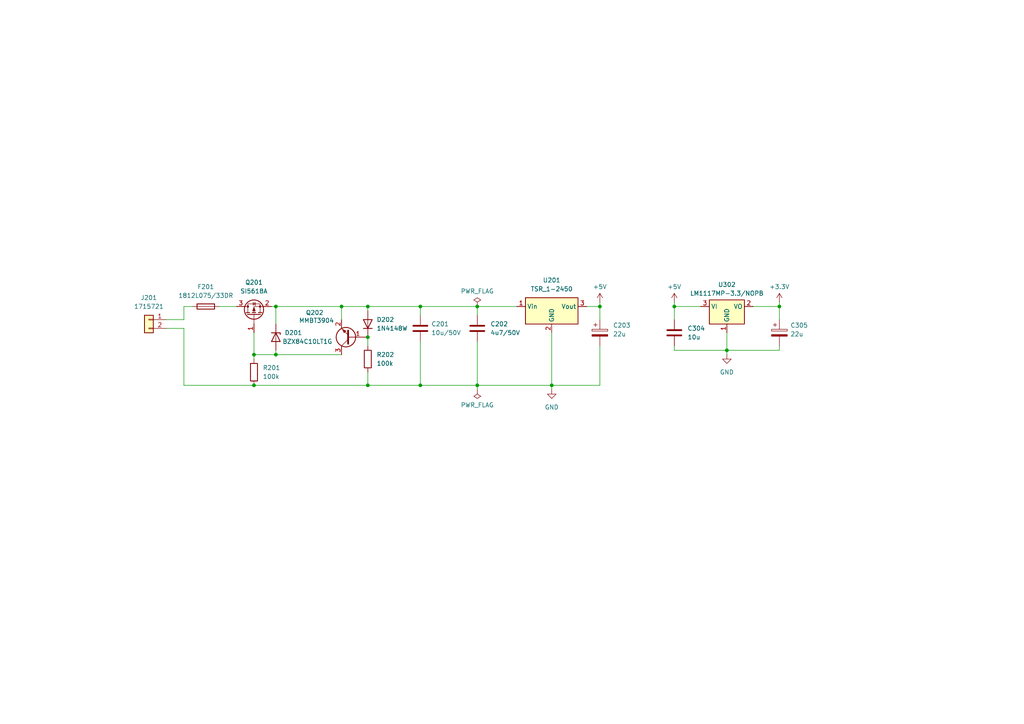
<source format=kicad_sch>
(kicad_sch (version 20231120) (generator "eeschema") (generator_version "8.0")
  (paper "A4")
  (lib_symbols
    (symbol "Connector_Generic:Conn_01x02" (pin_names (offset 1.016) hide)
      (property "Reference" "J" (at 0 2.54 0))
      (property "Value" "Conn_01x02" (at 0 -5.08 0))
      (symbol "Conn_01x02_1_1"
        (rectangle (start -1.27 -2.413) (end 0 -2.667) (stroke (width 0.1524)))
        (rectangle (start -1.27 0.127) (end 0 -0.127) (stroke (width 0.1524)))
        (rectangle (start -1.27 1.27) (end 1.27 -3.81) (stroke (width 0.254)) (fill (type background)))
        (pin passive line (at -5.08 0 0) (length 3.81) (name "Pin_1") (number "1"))
        (pin passive line (at -5.08 -2.54 0) (length 3.81) (name "Pin_2") (number "2"))
      )
    )
    (symbol "Device:C" (pin_numbers hide) (pin_names (offset 0.254))
      (property "Reference" "C" (at 0.635 2.54 0))
      (property "Value" "C" (at 0.635 -2.54 0))
      (symbol "C_0_1"
        (polyline (pts (xy -2.032 -0.762) (xy 2.032 -0.762)) (stroke (width 0.508)))
        (polyline (pts (xy -2.032 0.762) (xy 2.032 0.762)) (stroke (width 0.508)))
      )
      (symbol "C_1_1"
        (pin passive line (at 0 3.81 270) (length 2.794) (name "~") (number "1"))
        (pin passive line (at 0 -3.81 90) (length 2.794) (name "~") (number "2"))
      )
    )
    (symbol "Device:C_Polarized" (pin_numbers hide) (pin_names (offset 0.254))
      (property "Reference" "C" (at 0.635 2.54 0))
      (property "Value" "C_Polarized" (at 0.635 -2.54 0))
      (symbol "C_Polarized_0_1"
        (rectangle (start -2.286 0.508) (end 2.286 1.016))
        (polyline (pts (xy -1.778 2.286) (xy -0.762 2.286)))
        (polyline (pts (xy -1.27 2.794) (xy -1.27 1.778)))
        (rectangle (start 2.286 -0.508) (end -2.286 -1.016) (fill (type outline)))
      )
      (symbol "C_Polarized_1_1"
        (pin passive line (at 0 3.81 270) (length 2.794) (name "~") (number "1"))
        (pin passive line (at 0 -3.81 90) (length 2.794) (name "~") (number "2"))
      )
    )
    (symbol "Device:Fuse" (pin_numbers hide) (pin_names (offset 0))
      (property "Reference" "F" (at 2.032 0 90))
      (property "Value" "Fuse" (at -1.905 0 90))
      (symbol "Fuse_0_1"
        (rectangle (start -0.762 -2.54) (end 0.762 2.54) (stroke (width 0.254)))
        (polyline (pts (xy 0 2.54) (xy 0 -2.54)))
      )
      (symbol "Fuse_1_1"
        (pin passive line (at 0 3.81 270) (length 1.27) (name "~") (number "1"))
        (pin passive line (at 0 -3.81 90) (length 1.27) (name "~") (number "2"))
      )
    )
    (symbol "Device:Q_PMOS_GSD" (pin_names (offset 0) hide)
      (property "Reference" "Q" (at 5.08 1.27 0))
      (property "Value" "Q_PMOS_GSD" (at 5.08 -1.27 0))
      (symbol "Q_PMOS_GSD_0_1"
        (polyline (pts (xy 0.254 0) (xy -2.54 0)))
        (polyline (pts (xy 0.254 1.905) (xy 0.254 -1.905)) (stroke (width 0.254)))
        (polyline (pts (xy 0.762 -1.27) (xy 0.762 -2.286)) (stroke (width 0.254)))
        (polyline (pts (xy 0.762 0.508) (xy 0.762 -0.508)) (stroke (width 0.254)))
        (polyline (pts (xy 0.762 2.286) (xy 0.762 1.27)) (stroke (width 0.254)))
        (polyline (pts (xy 2.54 2.54) (xy 2.54 1.778)))
        (polyline (pts (xy 2.54 -2.54) (xy 2.54 0) (xy 0.762 0)))
        (polyline (pts (xy 0.762 1.778) (xy 3.302 1.778) (xy 3.302 -1.778) (xy 0.762 -1.778)))
        (polyline (pts (xy 2.286 0) (xy 1.27 0.381) (xy 1.27 -0.381) (xy 2.286 0)) (fill (type outline)))
        (polyline (pts (xy 2.794 -0.508) (xy 2.921 -0.381) (xy 3.683 -0.381) (xy 3.81 -0.254)))
        (polyline (pts (xy 3.302 -0.381) (xy 2.921 0.254) (xy 3.683 0.254) (xy 3.302 -0.381)))
        (circle (center 1.651 0) (radius 2.794) (stroke (width 0.254)))
        (circle (center 2.54 -1.778) (radius 0.254) (fill (type outline)))
        (circle (center 2.54 1.778) (radius 0.254) (fill (type outline)))
      )
      (symbol "Q_PMOS_GSD_1_1"
        (pin input line (at -5.08 0 0) (length 2.54) (name "G") (number "1"))
        (pin passive line (at 2.54 -5.08 90) (length 2.54) (name "S") (number "2"))
        (pin passive line (at 2.54 5.08 270) (length 2.54) (name "D") (number "3"))
      )
    )
    (symbol "Device:R" (pin_numbers hide) (pin_names (offset 0))
      (property "Reference" "R" (at 2.032 0 90))
      (property "Value" "R" (at 0 0 90))
      (symbol "R_0_1"
        (rectangle (start -1.016 -2.54) (end 1.016 2.54) (stroke (width 0.254)))
      )
      (symbol "R_1_1"
        (pin passive line (at 0 3.81 270) (length 1.27) (name "~") (number "1"))
        (pin passive line (at 0 -3.81 90) (length 1.27) (name "~") (number "2"))
      )
    )
    (symbol "Diode:1N4148W" (pin_numbers hide) (pin_names hide)
      (property "Reference" "D" (at 0 2.54 0))
      (property "Value" "1N4148W" (at 0 -2.54 0))
      (symbol "1N4148W_0_1"
        (polyline (pts (xy -1.27 1.27) (xy -1.27 -1.27)) (stroke (width 0.254)))
        (polyline (pts (xy 1.27 0) (xy -1.27 0)))
        (polyline (pts (xy 1.27 1.27) (xy 1.27 -1.27) (xy -1.27 0) (xy 1.27 1.27)) (stroke (width 0.254)))
      )
      (symbol "1N4148W_1_1"
        (pin passive line (at -3.81 0 0) (length 2.54) (name "K") (number "1"))
        (pin passive line (at 3.81 0 180) (length 2.54) (name "A") (number "2"))
      )
    )
    (symbol "Diode:BZX84Cxx" (pin_numbers hide) (pin_names hide)
      (property "Reference" "D" (at 0 3.81 0))
      (property "Value" "BZX84Cxx" (at 0 -3.81 0))
      (symbol "BZX84Cxx_0_1"
        (polyline (pts (xy 1.27 0) (xy -1.27 0)))
        (polyline (pts (xy -1.27 -1.27) (xy -1.27 1.27) (xy -0.762 1.27)) (stroke (width 0.254)))
        (polyline (pts (xy 1.27 -1.27) (xy 1.27 1.27) (xy -1.27 0) (xy 1.27 -1.27)) (stroke (width 0.254)))
      )
      (symbol "BZX84Cxx_1_1"
        (pin passive line (at 3.81 0 180) (length 2.54) (name "A") (number "1"))
        (pin no_connect line (at 1.27 0 180) (length 2.54) hide (name "NC") (number "2"))
        (pin passive line (at -3.81 0 0) (length 2.54) (name "K") (number "3"))
      )
    )
    (symbol "Regulator_Linear:LM1117MP-3.3"
      (property "Reference" "U" (at -3.81 3.175 0))
      (property "Value" "LM1117MP-3.3" (at 0 3.175 0))
      (symbol "LM1117MP-3.3_0_1"
        (rectangle (start -5.08 -5.08) (end 5.08 1.905) (stroke (width 0.254)) (fill (type background)))
      )
      (symbol "LM1117MP-3.3_1_1"
        (pin power_in line (at 0 -7.62 90) (length 2.54) (name "GND") (number "1"))
        (pin power_out line (at 7.62 0 180) (length 2.54) (name "VO") (number "2"))
        (pin power_in line (at -7.62 0 0) (length 2.54) (name "VI") (number "3"))
      )
    )
    (symbol "Regulator_Switching:TSR_1-2450"
      (property "Reference" "U" (at -7.62 6.35 0))
      (property "Value" "TSR_1-2450" (at -1.27 6.35 0))
      (symbol "TSR_1-2450_0_1"
        (rectangle (start -7.62 5.08) (end 7.62 -2.54) (stroke (width 0.254)) (fill (type background)))
      )
      (symbol "TSR_1-2450_1_1"
        (pin power_in line (at -10.16 2.54 0) (length 2.54) (name "Vin") (number "1"))
        (pin power_in line (at 0 -5.08 90) (length 2.54) (name "GND") (number "2"))
        (pin power_out line (at 10.16 2.54 180) (length 2.54) (name "Vout") (number "3"))
      )
    )
    (symbol "Transistor_BJT:MMBT3904" (pin_names (offset 0) hide)
      (property "Reference" "Q" (at 5.08 1.905 0))
      (property "Value" "MMBT3904" (at 5.08 0 0))
      (symbol "MMBT3904_0_1"
        (polyline (pts (xy 0.635 0.635) (xy 2.54 2.54)))
        (polyline (pts (xy 0.635 -0.635) (xy 2.54 -2.54) (xy 2.54 -2.54)))
        (polyline (pts (xy 0.635 1.905) (xy 0.635 -1.905) (xy 0.635 -1.905)) (stroke (width 0.508)))
        (polyline (pts (xy 1.27 -1.778) (xy 1.778 -1.27) (xy 2.286 -2.286) (xy 1.27 -1.778) (xy 1.27 -1.778)) (fill (type outline)))
        (circle (center 1.27 0) (radius 2.8194) (stroke (width 0.254)))
      )
      (symbol "MMBT3904_1_1"
        (pin input line (at -5.08 0 0) (length 5.715) (name "B") (number "1"))
        (pin passive line (at 2.54 -5.08 90) (length 2.54) (name "E") (number "2"))
        (pin passive line (at 2.54 5.08 270) (length 2.54) (name "C") (number "3"))
      )
    )
    (symbol "power:+3.3V" (power) (pin_numbers hide) (pin_names (offset 0) hide)
      (property "Value" "+3.3V" (at 0 3.556 0))
      (symbol "+3.3V_0_1"
        (polyline (pts (xy -0.762 1.27) (xy 0 2.54)))
        (polyline (pts (xy 0 0) (xy 0 2.54)))
        (polyline (pts (xy 0 2.54) (xy 0.762 1.27)))
      )
      (symbol "+3.3V_1_1"
        (pin power_in line (at 0 0 90) (length 0) (name "~") (number "1"))
      )
    )
    (symbol "power:+5V" (power) (pin_numbers hide) (pin_names (offset 0) hide)
      (property "Value" "+5V" (at 0 3.556 0))
      (symbol "+5V_0_1"
        (polyline (pts (xy -0.762 1.27) (xy 0 2.54)))
        (polyline (pts (xy 0 0) (xy 0 2.54)))
        (polyline (pts (xy 0 2.54) (xy 0.762 1.27)))
      )
      (symbol "+5V_1_1"
        (pin power_in line (at 0 0 90) (length 0) (name "~") (number "1"))
      )
    )
    (symbol "power:GND" (power) (pin_numbers hide) (pin_names (offset 0) hide)
      (property "Value" "GND" (at 0 -3.81 0))
      (symbol "GND_0_1"
        (polyline (pts (xy 0 0) (xy 0 -1.27) (xy 1.27 -1.27) (xy 0 -2.54) (xy -1.27 -1.27) (xy 0 -1.27)))
      )
      (symbol "GND_1_1"
        (pin power_in line (at 0 0 270) (length 0) (name "~") (number "1"))
      )
    )
    (symbol "power:PWR_FLAG" (power) (pin_numbers hide) (pin_names (offset 0) hide)
      (property "Value" "PWR_FLAG" (at 0 3.81 0))
      (symbol "PWR_FLAG_0_0"
        (pin power_out line (at 0 0 90) (length 0) (name "~") (number "1"))
      )
      (symbol "PWR_FLAG_0_1"
        (polyline (pts (xy 0 0) (xy 0 1.27) (xy -1.016 1.905) (xy 0 2.54) (xy 1.016 1.905) (xy 0 1.27)))
      )
    )
  )
  (junction (at 138.43 111.76))
  (junction (at 99.06 88.9))
  (junction (at 121.92 111.76))
  (junction (at 195.58 88.9))
  (junction (at 106.68 111.76))
  (junction (at 121.92 88.9))
  (junction (at 80.01 102.87))
  (junction (at 138.43 88.9))
  (junction (at 226.06 88.9))
  (junction (at 173.99 88.9))
  (junction (at 160.02 111.76))
  (junction (at 106.68 97.79))
  (junction (at 80.01 88.9))
  (junction (at 73.66 102.87))
  (junction (at 73.66 111.76))
  (junction (at 210.82 101.6))
  (junction (at 106.68 88.9))
  (wire (pts (xy 53.34 95.25) (xy 48.26 95.25)))
  (wire (pts (xy 121.92 88.9) (xy 138.43 88.9)))
  (wire (pts (xy 138.43 111.76) (xy 160.02 111.76)))
  (wire (pts (xy 195.58 88.9) (xy 203.2 88.9)))
  (wire (pts (xy 138.43 111.76) (xy 138.43 113.03)))
  (wire (pts (xy 73.66 111.76) (xy 106.68 111.76)))
  (wire (pts (xy 106.68 107.95) (xy 106.68 111.76)))
  (wire (pts (xy 53.34 95.25) (xy 53.34 111.76)))
  (wire (pts (xy 160.02 111.76) (xy 173.99 111.76)))
  (wire (pts (xy 226.06 87.63) (xy 226.06 88.9)))
  (wire (pts (xy 63.5 88.9) (xy 68.58 88.9)))
  (wire (pts (xy 99.06 88.9) (xy 106.68 88.9)))
  (wire (pts (xy 195.58 87.63) (xy 195.58 88.9)))
  (wire (pts (xy 80.01 102.87) (xy 73.66 102.87)))
  (wire (pts (xy 195.58 88.9) (xy 195.58 92.71)))
  (wire (pts (xy 80.01 101.6) (xy 80.01 102.87)))
  (wire (pts (xy 210.82 101.6) (xy 210.82 96.52)))
  (wire (pts (xy 106.68 97.79) (xy 106.68 100.33)))
  (wire (pts (xy 195.58 101.6) (xy 210.82 101.6)))
  (wire (pts (xy 78.74 88.9) (xy 80.01 88.9)))
  (wire (pts (xy 138.43 99.06) (xy 138.43 111.76)))
  (wire (pts (xy 106.68 88.9) (xy 121.92 88.9)))
  (wire (pts (xy 106.68 88.9) (xy 106.68 90.17)))
  (wire (pts (xy 80.01 102.87) (xy 99.06 102.87)))
  (wire (pts (xy 53.34 111.76) (xy 73.66 111.76)))
  (wire (pts (xy 138.43 88.9) (xy 138.43 91.44)))
  (wire (pts (xy 138.43 88.9) (xy 149.86 88.9)))
  (wire (pts (xy 226.06 88.9) (xy 226.06 92.71)))
  (wire (pts (xy 210.82 101.6) (xy 226.06 101.6)))
  (wire (pts (xy 218.44 88.9) (xy 226.06 88.9)))
  (wire (pts (xy 173.99 92.71) (xy 173.99 88.9)))
  (wire (pts (xy 80.01 88.9) (xy 80.01 93.98)))
  (wire (pts (xy 121.92 111.76) (xy 138.43 111.76)))
  (wire (pts (xy 121.92 99.06) (xy 121.92 111.76)))
  (wire (pts (xy 106.68 111.76) (xy 121.92 111.76)))
  (wire (pts (xy 160.02 113.03) (xy 160.02 111.76)))
  (wire (pts (xy 73.66 102.87) (xy 73.66 104.14)))
  (wire (pts (xy 170.18 88.9) (xy 173.99 88.9)))
  (wire (pts (xy 99.06 88.9) (xy 99.06 92.71)))
  (wire (pts (xy 160.02 96.52) (xy 160.02 111.76)))
  (wire (pts (xy 210.82 101.6) (xy 210.82 102.87)))
  (wire (pts (xy 121.92 88.9) (xy 121.92 91.44)))
  (wire (pts (xy 80.01 88.9) (xy 99.06 88.9)))
  (wire (pts (xy 173.99 111.76) (xy 173.99 100.33)))
  (wire (pts (xy 195.58 100.33) (xy 195.58 101.6)))
  (wire (pts (xy 53.34 92.71) (xy 53.34 88.9)))
  (wire (pts (xy 48.26 92.71) (xy 53.34 92.71)))
  (wire (pts (xy 73.66 96.52) (xy 73.66 102.87)))
  (wire (pts (xy 226.06 100.33) (xy 226.06 101.6)))
  (wire (pts (xy 53.34 88.9) (xy 55.88 88.9)))
  (wire (pts (xy 173.99 87.63) (xy 173.99 88.9)))
  (symbol (lib_id "Regulator_Linear:LM1117MP-3.3") (at 210.82 88.9 0) (unit 1)
    (property "Reference" "U302" (at 210.82 82.55 0))
    (property "Value" "LM1117MP-3.3/NOPB" (at 210.82 85.09 0))
    (property "Footprint" "Package_TO_SOT_SMD:SOT-223-3_TabPin2" (effects (hide yes)))
    (property "Datasheet" "http://www.ti.com/lit/ds/symlink/lm1117.pdf" (effects (hide yes)))
    (property "Description" "800mA Low-Dropout Linear Regulator, 3.3V fixed output, SOT-223" (effects (hide yes)))
  )
  (symbol (lib_id "Regulator_Switching:TSR_1-2450") (at 160.02 91.44 0) (unit 1)
    (property "Reference" "U201" (at 160.02 81.28 0))
    (property "Value" "TSR_1-2450" (at 160.02 83.82 0))
    (property "Footprint" "Converter_DCDC:Converter_DCDC_TRACO_TSR-1_THT" (effects (hide yes)))
    (property "Datasheet" "http://www.tracopower.com/products/tsr1.pdf" (effects (hide yes)))
    (instances (project "ETH1HMSR-SMS" (path "" (reference "U201") (unit 1))) (project "ETH1ACPL-C79x" (path "" (reference "U301") (unit 1))) (project "ETH1IRCAM1" (path "" (reference "U201") (unit 1))))
  )
  (symbol (lib_id "power:+5V") (at 173.99 87.63 0) (unit 1)
    (property "Reference" "#PWR0202" (effects (hide yes)))
    (property "Value" "+5V" (at 173.99 83.185 0))
    (property "Description" "Power symbol creates a global label with name \"+5V\"" (effects (hide yes)))
    (instances (project "ETH1HMSR-SMS" (path "" (reference "#PWR0202") (unit 1))) (project "ETH1ACPL-C79x" (path "" (reference "#PWR0302") (unit 1))) (project "ETH1IRCAM1" (path "" (reference "#PWR0202") (unit 1))))
  )
  (symbol (lib_id "Device:C") (at 121.92 95.25 0) (unit 1)
    (property "Reference" "C201" (at 125.095 93.98 0) (effects (justify left)))
    (property "Value" "10u/50V" (at 125.095 96.52 0) (effects (justify left)))
    (property "Footprint" "Capacitor_SMD:C_1206_3216Metric_Pad1.33x1.80mm_HandSolder" (effects (hide yes)))
    (instances (project "ETH1HMSR-SMS" (path "" (reference "C201") (unit 1))) (project "ETH1ACPL-C79x" (path "" (reference "C301") (unit 1))) (project "ETH1IRCAM1" (path "" (reference "C201") (unit 1))))
  )
  (symbol (lib_id "Device:R") (at 73.66 107.95 0) (unit 1)
    (property "Reference" "R201" (at 76.2 106.68 0) (effects (justify left)))
    (property "Value" "100k" (at 76.2 109.22 0) (effects (justify left)))
    (property "Footprint" "Resistor_SMD:R_0603_1608Metric_Pad0.98x0.95mm_HandSolder" (effects (hide yes)))
    (instances (project "ETH1HMSR-SMS" (path "" (reference "R201") (unit 1))) (project "ETH1ACPL-C79x" (path "" (reference "R301") (unit 1))) (project "ETH1IRCAM1" (path "" (reference "R202") (unit 1))))
  )
  (symbol (lib_id "Device:Fuse") (at 59.69 88.9 90) (unit 1)
    (property "Reference" "F201" (at 59.69 83.185 90))
    (property "Value" "1812L075/33DR" (at 59.69 85.725 90))
    (property "Footprint" "Fuse:Fuse_1812_4532Metric_Pad1.30x3.40mm_HandSolder" (effects (hide yes)))
    (instances (project "ETH1HMSR-SMS" (path "" (reference "F201") (unit 1))) (project "ETH1ACPL-C79x" (path "" (reference "F301") (unit 1))) (project "ETH1IRCAM1" (path "" (reference "F201") (unit 1))))
  )
  (symbol (lib_id "Diode:BZX84Cxx") (at 80.01 97.79 270) (unit 1)
    (property "Reference" "D201" (at 82.55 96.52 90) (effects (justify left)))
    (property "Value" "BZX84C10LT1G" (at 81.915 99.06 90) (effects (justify left)))
    (property "Footprint" "Package_TO_SOT_SMD:SOT-23" (effects (hide yes)))
    (property "Datasheet" "https://diotec.com/tl_files/diotec/files/pdf/datasheets/bzx84c2v4.pdf" (effects (hide yes)))
    (instances (project "ETH1HMSR-SMS" (path "" (reference "D201") (unit 1))) (project "ETH1ACPL-C79x" (path "" (reference "D301") (unit 1))) (project "ETH1IRCAM1" (path "" (reference "D201") (unit 1))))
  )
  (symbol (lib_id "Device:Q_PMOS_GSD") (at 73.66 91.44 90) (unit 1)
    (property "Reference" "Q201" (at 73.66 81.915 90))
    (property "Value" "SI5618A" (at 73.66 84.455 90))
    (property "Footprint" "Package_TO_SOT_SMD:SOT-23" (effects (hide yes)))
    (instances (project "ETH1HMSR-SMS" (path "" (reference "Q201") (unit 1))) (project "ETH1ACPL-C79x" (path "" (reference "Q301") (unit 1))) (project "ETH1IRCAM1" (path "" (reference "Q201") (unit 1))))
  )
  (symbol (lib_id "power:PWR_FLAG") (at 138.43 113.03 180) (unit 1)
    (property "Reference" "#FLG0202" (effects (hide yes)))
    (property "Value" "PWR_FLAG" (at 138.43 117.475 0))
    (property "Description" "Special symbol for telling ERC where power comes from" (effects (hide yes)))
    (instances (project "ETH1HMSR-SMS" (path "" (reference "#FLG0202") (unit 1))) (project "ETH1ACPL-C79x" (path "" (reference "#FLG0302") (unit 1))) (project "ETH1IRCAM1" (path "" (reference "#FLG0202") (unit 1))))
  )
  (symbol (lib_id "Transistor_BJT:MMBT3904") (at 101.6 97.79 180) (unit 1)
    (property "Reference" "Q202" (at 93.853 90.678 0) (effects (justify left)))
    (property "Value" "MMBT3904" (at 96.901 92.964 0) (effects (justify left)))
    (property "Footprint" "Package_TO_SOT_SMD:SOT-23" (effects (hide yes)))
    (property "Datasheet" "https://www.onsemi.com/pdf/datasheet/pzt3904-d.pdf" (effects (hide yes)))
    (instances (project "ETH1HMSR-SMS" (path "" (reference "Q202") (unit 1))) (project "ETH1ACPL-C79x" (path "" (reference "Q302") (unit 1))) (project "ETH1IRCAM1" (path "" (reference "Q202") (unit 1))))
  )
  (symbol (lib_id "Device:C") (at 138.43 95.25 0) (unit 1)
    (property "Reference" "C202" (at 142.24 93.98 0) (effects (justify left)))
    (property "Value" "4u7/50V" (at 142.24 96.52 0) (effects (justify left)))
    (property "Footprint" "Capacitor_SMD:C_1206_3216Metric_Pad1.33x1.80mm_HandSolder" (effects (hide yes)))
    (instances (project "ETH1HMSR-SMS" (path "" (reference "C202") (unit 1))) (project "ETH1ACPL-C79x" (path "" (reference "C302") (unit 1))) (project "ETH1IRCAM1" (path "" (reference "C202") (unit 1))))
  )
  (symbol (lib_id "Device:R") (at 106.68 104.14 0) (unit 1)
    (property "Reference" "R202" (at 109.22 102.87 0) (effects (justify left)))
    (property "Value" "100k" (at 109.22 105.41 0) (effects (justify left)))
    (property "Footprint" "Resistor_SMD:R_0603_1608Metric_Pad0.98x0.95mm_HandSolder" (effects (hide yes)))
    (instances (project "ETH1HMSR-SMS" (path "" (reference "R202") (unit 1))) (project "ETH1ACPL-C79x" (path "" (reference "R302") (unit 1))) (project "ETH1IRCAM1" (path "" (reference "R203") (unit 1))))
  )
  (symbol (lib_id "power:+5V") (at 195.58 87.63 0) (unit 1)
    (property "Reference" "#PWR0303" (effects (hide yes)))
    (property "Value" "+5V" (at 195.58 83.185 0))
    (property "Description" "Power symbol creates a global label with name \"+5V\"" (effects (hide yes)))
  )
  (symbol (lib_id "Connector_Generic:Conn_01x02") (at 43.18 92.71 0) (mirror y) (unit 1)
    (property "Reference" "J201" (at 43.18 86.36 0))
    (property "Value" "1715721" (at 43.18 88.9 0))
    (property "Footprint" "TerminalBlock_Phoenix:TerminalBlock_Phoenix_MKDS-1,5-2_1x02_P5.00mm_Horizontal" (effects (hide yes)))
    (instances (project "ETH1HMSR-SMS" (path "" (reference "J201") (unit 1))) (project "ETH1ACPL-C79x" (path "" (reference "J301") (unit 1))) (project "ETH1IRCAM1" (path "" (reference "J201") (unit 1))))
  )
  (symbol (lib_id "power:+3.3V") (at 226.06 87.63 0) (unit 1)
    (property "Reference" "#PWR0305" (effects (hide yes)))
    (property "Value" "+3.3V" (at 226.06 83.185 0))
    (property "Description" "Power symbol creates a global label with name \"+3.3V\"" (effects (hide yes)))
  )
  (symbol (lib_id "Device:C_Polarized") (at 226.06 96.52 0) (unit 1)
    (property "Reference" "C305" (at 229.235 94.361 0) (effects (justify left)))
    (property "Value" "22u" (at 229.235 96.901 0) (effects (justify left)))
    (property "Footprint" "Capacitor_Tantalum_SMD:CP_EIA-3528-21_Kemet-B_Pad1.50x2.35mm_HandSolder" (effects (hide yes)))
  )
  (symbol (lib_id "power:GND") (at 210.82 102.87 0) (unit 1)
    (property "Reference" "#PWR0304" (effects (hide yes)))
    (property "Value" "GND" (at 210.82 107.95 0))
    (property "Description" "Power symbol creates a global label with name \"GND\" , ground" (effects (hide yes)))
  )
  (symbol (lib_id "Device:C_Polarized") (at 173.99 96.52 0) (unit 1)
    (property "Reference" "C203" (at 177.8 94.361 0) (effects (justify left)))
    (property "Value" "22u" (at 177.8 96.901 0) (effects (justify left)))
    (property "Footprint" "Capacitor_Tantalum_SMD:CP_EIA-3528-21_Kemet-B_Pad1.50x2.35mm_HandSolder" (effects (hide yes)))
    (instances (project "ETH1HMSR-SMS" (path "" (reference "C203") (unit 1))) (project "ETH1ACPL-C79x" (path "" (reference "C303") (unit 1))) (project "ETH1IRCAM1" (path "" (reference "C203") (unit 1))))
  )
  (symbol (lib_id "power:PWR_FLAG") (at 138.43 88.9 0) (unit 1)
    (property "Reference" "#FLG0201" (effects (hide yes)))
    (property "Value" "PWR_FLAG" (at 138.43 84.455 0))
    (property "Description" "Special symbol for telling ERC where power comes from" (effects (hide yes)))
    (instances (project "ETH1HMSR-SMS" (path "" (reference "#FLG0201") (unit 1))) (project "ETH1ACPL-C79x" (path "" (reference "#FLG0301") (unit 1))) (project "ETH1IRCAM1" (path "" (reference "#FLG0201") (unit 1))))
  )
  (symbol (lib_id "Diode:1N4148W") (at 106.68 93.98 90) (unit 1)
    (property "Reference" "D202" (at 109.22 92.71 90) (effects (justify right)))
    (property "Value" "1N4148W" (at 109.22 95.25 90) (effects (justify right)))
    (property "Footprint" "Diode_SMD:D_SOD-123" (effects (hide yes)))
    (property "Datasheet" "https://www.vishay.com/docs/85748/1n4148w.pdf" (effects (hide yes)))
    (property "Sim.Device" "D" (effects (hide yes)))
    (property "Sim.Pins" "1=K 2=A" (effects (hide yes)))
    (instances (project "ETH1HMSR-SMS" (path "" (reference "D202") (unit 1))) (project "ETH1ACPL-C79x" (path "" (reference "D302") (unit 1))) (project "ETH1IRCAM1" (path "" (reference "D202") (unit 1))))
  )
  (symbol (lib_id "power:GND") (at 160.02 113.03 0) (unit 1)
    (property "Reference" "#PWR0201" (effects (hide yes)))
    (property "Value" "GND" (at 160.02 118.11 0))
    (property "Description" "Power symbol creates a global label with name \"GND\" , ground" (effects (hide yes)))
    (instances (project "ETH1HMSR-SMS" (path "" (reference "#PWR0201") (unit 1))) (project "ETH1ACPL-C79x" (path "" (reference "#PWR0301") (unit 1))) (project "ETH1IRCAM1" (path "" (reference "#PWR0201") (unit 1))))
  )
  (symbol (lib_id "Device:C") (at 195.58 96.52 0) (unit 1)
    (property "Reference" "C304" (at 199.39 95.25 0) (effects (justify left)))
    (property "Value" "10u" (at 199.39 97.79 0) (effects (justify left)))
    (property "Footprint" "Capacitor_SMD:C_1206_3216Metric_Pad1.33x1.80mm_HandSolder" (effects (hide yes)))
  )
)
</source>
